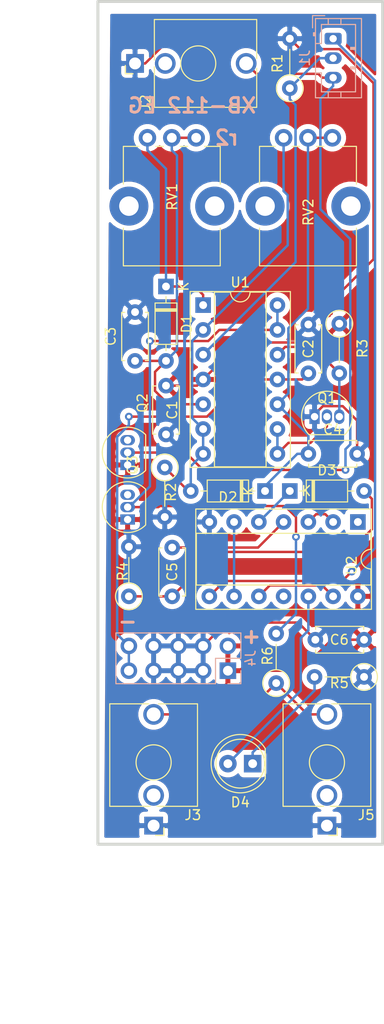
<source format=kicad_pcb>
(kicad_pcb (version 20171130) (host pcbnew "(5.1.0)-1")
  (layers (0 F.Cu signal) (31 B.Cu signal) (34 B.Paste user) (35 F.Paste user) (36 B.SilkS user) (37 F.SilkS user) (38 B.Mask user) (39 F.Mask user) (44 Edge.Cuts user))
  (net 0 "")
  (net 1 +9V)
  (net 2 GND)
  (net 3 -9V)
  (net 4 "Net-(C3-Pad1)")
  (net 5 "Net-(C4-Pad1)")
  (net 6 "Net-(D1-Pad1)")
  (net 7 "Net-(D2-Pad2)")
  (net 8 "Net-(Q1-Pad2)")
  (net 9 "Net-(Q1-Pad3)")
  (net 10 Gate)
  (net 11 EG)
  (net 12 "Net-(C5-Pad2)")
  (net 13 "Net-(C5-Pad1)")
  (net 14 "Net-(D3-Pad1)")
  (net 15 "Net-(D4-Pad2)")
  (net 16 "Net-(D4-Pad1)")
  (net 17 EG_In)
  (net 18 Trigger)
  (net 19 "Net-(U2-Pad10)")
  (net 20 "Net-(U2-Pad6)")
  (net 21 "Net-(U2-Pad2)")
  (net 22 "Net-(Q2-Pad3)")
  (net 23 "Net-(Q3-Pad3)")
  (net 24 "Net-(Q3-Pad2)")
  (module Package_TO_SOT_THT:TO-92_Inline (layer F.Cu) (at 114.808 101.346 90)
    (fp_text reference Q3 (at 5.588 0.508 90) (layer F.SilkS))
    (fp_text value BC548)
    (fp_arc (start 1.27 0) (end 1.27 -2.6) (angle 135) (layer F.SilkS) (width 0.12))
    (fp_arc (start 1.27 0) (end 1.27 -2.6) (angle -135) (layer F.SilkS) (width 0.12))
    (fp_line (start -0.53 1.85) (end 3.07 1.85) (layer F.SilkS) (width 0.12))
    (pad 1 thru_hole rect (at 0 0 90) (size 1.05 1.5) (drill 0.75) (layers *.Cu *.Mask) (net 1 +9V))
    (pad 3 thru_hole oval (at 2.54 0 90) (size 1.05 1.5) (drill 0.75) (layers *.Cu *.Mask) (net 23 "Net-(Q3-Pad3)"))
    (pad 2 thru_hole oval (at 1.27 0 90) (size 1.05 1.5) (drill 0.75) (layers *.Cu *.Mask) (net 24 "Net-(Q3-Pad2)"))
  )
  (module Package_TO_SOT_THT:TO-92_Inline (layer F.Cu) (at 114.808 95.758 90)
    (fp_text reference Q2 (at 6.35 1.524 90) (layer F.SilkS))
    (fp_text value BC548)
    (fp_arc (start 1.27 0) (end 1.27 -2.6) (angle 135) (layer F.SilkS) (width 0.12))
    (fp_arc (start 1.27 0) (end 1.27 -2.6) (angle -135) (layer F.SilkS) (width 0.12))
    (fp_line (start -0.53 1.85) (end 3.07 1.85) (layer F.SilkS) (width 0.12))
    (pad 1 thru_hole rect (at 0 0 90) (size 1.05 1.5) (drill 0.75) (layers *.Cu *.Mask) (net 1 +9V))
    (pad 3 thru_hole oval (at 2.54 0 90) (size 1.05 1.5) (drill 0.75) (layers *.Cu *.Mask) (net 22 "Net-(Q2-Pad3)"))
    (pad 2 thru_hole oval (at 1.27 0 90) (size 1.05 1.5) (drill 0.75) (layers *.Cu *.Mask) (net 10 Gate))
  )
  (module Package_DIP:DIP-14_W7.62mm_Socket (layer F.Cu) (at 138.43 101.6 270)
    (fp_text reference U2 (at 4.445 0.635 270) (layer F.SilkS))
    (fp_text value 40106)
    (fp_line (start 8.95 -1.39) (end -1.33 -1.39) (layer F.SilkS) (width 0.12))
    (fp_line (start 8.95 16.63) (end 8.95 -1.39) (layer F.SilkS) (width 0.12))
    (fp_line (start -1.33 16.63) (end 8.95 16.63) (layer F.SilkS) (width 0.12))
    (fp_line (start -1.33 -1.39) (end -1.33 16.63) (layer F.SilkS) (width 0.12))
    (fp_line (start 6.46 -1.33) (end 4.81 -1.33) (layer F.SilkS) (width 0.12))
    (fp_line (start 6.46 16.57) (end 6.46 -1.33) (layer F.SilkS) (width 0.12))
    (fp_line (start 1.16 16.57) (end 6.46 16.57) (layer F.SilkS) (width 0.12))
    (fp_line (start 1.16 -1.33) (end 1.16 16.57) (layer F.SilkS) (width 0.12))
    (fp_line (start 2.81 -1.33) (end 1.16 -1.33) (layer F.SilkS) (width 0.12))
    (fp_arc (start 3.81 -1.33) (end 2.81 -1.33) (angle -180) (layer F.SilkS) (width 0.12))
    (pad 14 thru_hole oval (at 7.62 0 270) (size 1.6 1.6) (drill 0.8) (layers *.Cu *.Mask) (net 1 +9V))
    (pad 7 thru_hole oval (at 0 15.24 270) (size 1.6 1.6) (drill 0.8) (layers *.Cu *.Mask) (net 2 GND))
    (pad 13 thru_hole oval (at 7.62 2.54 270) (size 1.6 1.6) (drill 0.8) (layers *.Cu *.Mask) (net 19 "Net-(U2-Pad10)"))
    (pad 6 thru_hole oval (at 0 12.7 270) (size 1.6 1.6) (drill 0.8) (layers *.Cu *.Mask) (net 20 "Net-(U2-Pad6)"))
    (pad 12 thru_hole oval (at 7.62 5.08 270) (size 1.6 1.6) (drill 0.8) (layers *.Cu *.Mask) (net 15 "Net-(D4-Pad2)"))
    (pad 5 thru_hole oval (at 0 10.16 270) (size 1.6 1.6) (drill 0.8) (layers *.Cu *.Mask) (net 14 "Net-(D3-Pad1)"))
    (pad 11 thru_hole oval (at 7.62 7.62 270) (size 1.6 1.6) (drill 0.8) (layers *.Cu *.Mask))
    (pad 4 thru_hole oval (at 0 7.62 270) (size 1.6 1.6) (drill 0.8) (layers *.Cu *.Mask) (net 12 "Net-(C5-Pad2)"))
    (pad 10 thru_hole oval (at 7.62 10.16 270) (size 1.6 1.6) (drill 0.8) (layers *.Cu *.Mask) (net 19 "Net-(U2-Pad10)"))
    (pad 3 thru_hole oval (at 0 5.08 270) (size 1.6 1.6) (drill 0.8) (layers *.Cu *.Mask) (net 21 "Net-(U2-Pad2)"))
    (pad 9 thru_hole oval (at 7.62 12.7 270) (size 1.6 1.6) (drill 0.8) (layers *.Cu *.Mask) (net 20 "Net-(U2-Pad6)"))
    (pad 2 thru_hole oval (at 0 2.54 270) (size 1.6 1.6) (drill 0.8) (layers *.Cu *.Mask) (net 21 "Net-(U2-Pad2)"))
    (pad 8 thru_hole oval (at 7.62 15.24 270) (size 1.6 1.6) (drill 0.8) (layers *.Cu *.Mask) (net 18 Trigger))
    (pad 1 thru_hole rect (at 0 0 270) (size 1.6 1.6) (drill 0.8) (layers *.Cu *.Mask))
  )
  (module Package_DIP:DIP-14_W7.62mm_Socket (layer F.Cu) (at 122.555 79.375)
    (fp_text reference U1 (at 3.81 -2.33) (layer F.SilkS))
    (fp_text value TL074)
    (fp_line (start 8.95 -1.39) (end -1.33 -1.39) (layer F.SilkS) (width 0.12))
    (fp_line (start 8.95 16.63) (end 8.95 -1.39) (layer F.SilkS) (width 0.12))
    (fp_line (start -1.33 16.63) (end 8.95 16.63) (layer F.SilkS) (width 0.12))
    (fp_line (start -1.33 -1.39) (end -1.33 16.63) (layer F.SilkS) (width 0.12))
    (fp_line (start 6.46 -1.33) (end 4.81 -1.33) (layer F.SilkS) (width 0.12))
    (fp_line (start 6.46 16.57) (end 6.46 -1.33) (layer F.SilkS) (width 0.12))
    (fp_line (start 1.16 16.57) (end 6.46 16.57) (layer F.SilkS) (width 0.12))
    (fp_line (start 1.16 -1.33) (end 1.16 16.57) (layer F.SilkS) (width 0.12))
    (fp_line (start 2.81 -1.33) (end 1.16 -1.33) (layer F.SilkS) (width 0.12))
    (fp_arc (start 3.81 -1.33) (end 2.81 -1.33) (angle -180) (layer F.SilkS) (width 0.12))
    (pad 14 thru_hole oval (at 7.62 0) (size 1.6 1.6) (drill 0.8) (layers *.Cu *.Mask) (net 24 "Net-(Q3-Pad2)"))
    (pad 7 thru_hole oval (at 0 15.24) (size 1.6 1.6) (drill 0.8) (layers *.Cu *.Mask) (net 7 "Net-(D2-Pad2)"))
    (pad 13 thru_hole oval (at 7.62 2.54) (size 1.6 1.6) (drill 0.8) (layers *.Cu *.Mask) (net 24 "Net-(Q3-Pad2)"))
    (pad 6 thru_hole oval (at 0 12.7) (size 1.6 1.6) (drill 0.8) (layers *.Cu *.Mask) (net 7 "Net-(D2-Pad2)"))
    (pad 12 thru_hole oval (at 7.62 5.08) (size 1.6 1.6) (drill 0.8) (layers *.Cu *.Mask) (net 9 "Net-(Q1-Pad3)"))
    (pad 5 thru_hole oval (at 0 10.16) (size 1.6 1.6) (drill 0.8) (layers *.Cu *.Mask) (net 4 "Net-(C3-Pad1)"))
    (pad 11 thru_hole oval (at 7.62 7.62) (size 1.6 1.6) (drill 0.8) (layers *.Cu *.Mask) (net 3 -9V))
    (pad 4 thru_hole oval (at 0 7.62) (size 1.6 1.6) (drill 0.8) (layers *.Cu *.Mask) (net 1 +9V))
    (pad 10 thru_hole oval (at 7.62 10.16) (size 1.6 1.6) (drill 0.8) (layers *.Cu *.Mask) (net 5 "Net-(C4-Pad1)"))
    (pad 3 thru_hole oval (at 0 5.08) (size 1.6 1.6) (drill 0.8) (layers *.Cu *.Mask) (net 17 EG_In))
    (pad 9 thru_hole oval (at 7.62 12.7) (size 1.6 1.6) (drill 0.8) (layers *.Cu *.Mask) (net 8 "Net-(Q1-Pad2)"))
    (pad 2 thru_hole oval (at 0 2.54) (size 1.6 1.6) (drill 0.8) (layers *.Cu *.Mask) (net 7 "Net-(D2-Pad2)"))
    (pad 8 thru_hole oval (at 7.62 15.24) (size 1.6 1.6) (drill 0.8) (layers *.Cu *.Mask) (net 8 "Net-(Q1-Pad2)"))
    (pad 1 thru_hole rect (at 0 0) (size 1.6 1.6) (drill 0.8) (layers *.Cu *.Mask) (net 6 "Net-(D1-Pad1)"))
  )
  (module Potentiometer_THT:Potentiometer_Bourns_PTV09A-1_Single_Vertical (layer F.Cu) (at 130.81 62.23 270)
    (fp_text reference RV2 (at 7.62 -2.54 270) (layer F.SilkS))
    (fp_text value "1M Decay")
    (fp_line (start 13.12 -7.47) (end 13.12 2.47) (layer F.SilkS) (width 0.12))
    (fp_line (start 0.88 0.87) (end 0.88 2.47) (layer F.SilkS) (width 0.12))
    (fp_line (start 0.88 -1.629) (end 0.88 -0.87) (layer F.SilkS) (width 0.12))
    (fp_line (start 0.88 -4.129) (end 0.88 -3.37) (layer F.SilkS) (width 0.12))
    (fp_line (start 0.88 -7.47) (end 0.88 -5.871) (layer F.SilkS) (width 0.12))
    (fp_line (start 9.255 2.47) (end 13.12 2.47) (layer F.SilkS) (width 0.12))
    (fp_line (start 0.88 2.47) (end 4.745 2.47) (layer F.SilkS) (width 0.12))
    (fp_line (start 9.255 -7.47) (end 13.12 -7.47) (layer F.SilkS) (width 0.12))
    (fp_line (start 0.88 -7.47) (end 4.745 -7.47) (layer F.SilkS) (width 0.12))
    (pad "" np_thru_hole circle (at 7 1.9 270) (size 4 4) (drill 2) (layers *.Cu *.Mask))
    (pad "" np_thru_hole circle (at 7 -6.9 270) (size 4 4) (drill 2) (layers *.Cu *.Mask))
    (pad 1 thru_hole circle (at 0 0 270) (size 1.8 1.8) (drill 1) (layers *.Cu *.Mask) (net 7 "Net-(D2-Pad2)"))
    (pad 2 thru_hole circle (at 0 -2.5 270) (size 1.8 1.8) (drill 1) (layers *.Cu *.Mask) (net 5 "Net-(C4-Pad1)"))
    (pad 3 thru_hole circle (at 0 -5 270) (size 1.8 1.8) (drill 1) (layers *.Cu *.Mask) (net 5 "Net-(C4-Pad1)"))
  )
  (module Potentiometer_THT:Potentiometer_Bourns_PTV09A-1_Single_Vertical (layer F.Cu) (at 116.84 62.23 270)
    (fp_text reference RV1 (at 6.05 -2.54 270) (layer F.SilkS))
    (fp_text value "1M Attack")
    (fp_line (start 13.12 -7.47) (end 13.12 2.47) (layer F.SilkS) (width 0.12))
    (fp_line (start 0.88 0.87) (end 0.88 2.47) (layer F.SilkS) (width 0.12))
    (fp_line (start 0.88 -1.629) (end 0.88 -0.87) (layer F.SilkS) (width 0.12))
    (fp_line (start 0.88 -4.129) (end 0.88 -3.37) (layer F.SilkS) (width 0.12))
    (fp_line (start 0.88 -7.47) (end 0.88 -5.871) (layer F.SilkS) (width 0.12))
    (fp_line (start 9.255 2.47) (end 13.12 2.47) (layer F.SilkS) (width 0.12))
    (fp_line (start 0.88 2.47) (end 4.745 2.47) (layer F.SilkS) (width 0.12))
    (fp_line (start 9.255 -7.47) (end 13.12 -7.47) (layer F.SilkS) (width 0.12))
    (fp_line (start 0.88 -7.47) (end 4.745 -7.47) (layer F.SilkS) (width 0.12))
    (pad "" np_thru_hole circle (at 7 1.9 270) (size 4 4) (drill 2) (layers *.Cu *.Mask))
    (pad "" np_thru_hole circle (at 7 -6.9 270) (size 4 4) (drill 2) (layers *.Cu *.Mask))
    (pad 1 thru_hole circle (at 0 0 270) (size 1.8 1.8) (drill 1) (layers *.Cu *.Mask) (net 6 "Net-(D1-Pad1)"))
    (pad 2 thru_hole circle (at 0 -2.5 270) (size 1.8 1.8) (drill 1) (layers *.Cu *.Mask) (net 4 "Net-(C3-Pad1)"))
    (pad 3 thru_hole circle (at 0 -5 270) (size 1.8 1.8) (drill 1) (layers *.Cu *.Mask) (net 4 "Net-(C3-Pad1)"))
  )
  (module Resistor_THT:R_Axial_DIN0207_L6.3mm_D2.5mm_P5.08mm_Vertical (layer F.Cu) (at 130.048 118.11 90)
    (fp_text reference R6 (at 2.794 -0.889 90) (layer F.SilkS))
    (fp_text value 1K)
    (fp_line (start 1.37 0) (end 3.98 0) (layer F.SilkS) (width 0.12))
    (fp_circle (center 0 0) (end 1.37 0) (layer F.SilkS) (width 0.12))
    (pad 2 thru_hole oval (at 5.08 0 90) (size 1.6 1.6) (drill 0.8) (layers *.Cu *.Mask) (net 24 "Net-(Q3-Pad2)"))
    (pad 1 thru_hole circle (at 0 0 90) (size 1.6 1.6) (drill 0.8) (layers *.Cu *.Mask) (net 11 EG))
  )
  (module Resistor_THT:R_Axial_DIN0207_L6.3mm_D2.5mm_P5.08mm_Vertical (layer F.Cu) (at 139.065 117.475 180)
    (fp_text reference R5 (at 2.54 -0.635 180) (layer F.SilkS))
    (fp_text value 1K)
    (fp_line (start 1.37 0) (end 3.98 0) (layer F.SilkS) (width 0.12))
    (fp_circle (center 0 0) (end 1.37 0) (layer F.SilkS) (width 0.12))
    (pad 2 thru_hole oval (at 5.08 0 180) (size 1.6 1.6) (drill 0.8) (layers *.Cu *.Mask) (net 16 "Net-(D4-Pad1)"))
    (pad 1 thru_hole circle (at 0 0 180) (size 1.6 1.6) (drill 0.8) (layers *.Cu *.Mask) (net 2 GND))
  )
  (module Resistor_THT:R_Axial_DIN0207_L6.3mm_D2.5mm_P5.08mm_Vertical (layer F.Cu) (at 114.935 109.22 90)
    (fp_text reference R4 (at 2.54 -0.635 90) (layer F.SilkS))
    (fp_text value 100K)
    (fp_line (start 1.37 0) (end 3.98 0) (layer F.SilkS) (width 0.12))
    (fp_circle (center 0 0) (end 1.37 0) (layer F.SilkS) (width 0.12))
    (pad 2 thru_hole oval (at 5.08 0 90) (size 1.6 1.6) (drill 0.8) (layers *.Cu *.Mask) (net 2 GND))
    (pad 1 thru_hole circle (at 0 0 90) (size 1.6 1.6) (drill 0.8) (layers *.Cu *.Mask) (net 13 "Net-(C5-Pad1)"))
  )
  (module Resistor_THT:R_Axial_DIN0207_L6.3mm_D2.5mm_P5.08mm_Vertical (layer F.Cu) (at 136.525 81.28 270)
    (fp_text reference R3 (at 2.54 -2.37 270) (layer F.SilkS))
    (fp_text value 100K)
    (fp_line (start 1.37 0) (end 3.98 0) (layer F.SilkS) (width 0.12))
    (fp_circle (center 0 0) (end 1.37 0) (layer F.SilkS) (width 0.12))
    (pad 2 thru_hole oval (at 5.08 0 270) (size 1.6 1.6) (drill 0.8) (layers *.Cu *.Mask) (net 9 "Net-(Q1-Pad3)"))
    (pad 1 thru_hole circle (at 0 0 270) (size 1.6 1.6) (drill 0.8) (layers *.Cu *.Mask) (net 1 +9V))
  )
  (module Resistor_THT:R_Axial_DIN0207_L6.3mm_D2.5mm_P5.08mm_Vertical (layer F.Cu) (at 118.618 96.012 270)
    (fp_text reference R2 (at 2.54 -0.635 270) (layer F.SilkS))
    (fp_text value 1M)
    (fp_line (start 1.37 0) (end 3.98 0) (layer F.SilkS) (width 0.12))
    (fp_circle (center 0 0) (end 1.37 0) (layer F.SilkS) (width 0.12))
    (pad 2 thru_hole oval (at 5.08 0 270) (size 1.6 1.6) (drill 0.8) (layers *.Cu *.Mask) (net 2 GND))
    (pad 1 thru_hole circle (at 0 0 270) (size 1.6 1.6) (drill 0.8) (layers *.Cu *.Mask) (net 7 "Net-(D2-Pad2)"))
  )
  (module Resistor_THT:R_Axial_DIN0207_L6.3mm_D2.5mm_P5.08mm_Vertical (layer F.Cu) (at 131.445 57.15 90)
    (fp_text reference R1 (at 2.54 -1.27 90) (layer F.SilkS))
    (fp_text value 1M)
    (fp_line (start 1.37 0) (end 3.98 0) (layer F.SilkS) (width 0.12))
    (fp_circle (center 0 0) (end 1.37 0) (layer F.SilkS) (width 0.12))
    (pad 2 thru_hole oval (at 5.08 0 90) (size 1.6 1.6) (drill 0.8) (layers *.Cu *.Mask) (net 2 GND))
    (pad 1 thru_hole circle (at 0 0 90) (size 1.6 1.6) (drill 0.8) (layers *.Cu *.Mask) (net 17 EG_In))
  )
  (module Package_TO_SOT_THT:TO-92_Inline (layer F.Cu) (at 133.985 90.805)
    (fp_text reference Q1 (at 1.27 -1.905) (layer F.SilkS))
    (fp_text value 2N3906)
    (fp_arc (start 1.27 0) (end 1.27 -2.6) (angle 135) (layer F.SilkS) (width 0.12))
    (fp_arc (start 1.27 0) (end 1.27 -2.6) (angle -135) (layer F.SilkS) (width 0.12))
    (fp_line (start -0.53 1.85) (end 3.07 1.85) (layer F.SilkS) (width 0.12))
    (pad 1 thru_hole rect (at 0 0) (size 1.05 1.5) (drill 0.75) (layers *.Cu *.Mask) (net 2 GND))
    (pad 3 thru_hole oval (at 2.54 0) (size 1.05 1.5) (drill 0.75) (layers *.Cu *.Mask) (net 9 "Net-(Q1-Pad3)"))
    (pad 2 thru_hole oval (at 1.27 0) (size 1.05 1.5) (drill 0.75) (layers *.Cu *.Mask) (net 8 "Net-(Q1-Pad2)"))
  )
  (module Connector_Audio:Jack_3.5mm_QingPu_WQP-PJ398SM_Vertical_CircularHoles (layer F.Cu) (at 135.255 132.715 180)
    (fp_text reference J5 (at -4.03 1.08) (layer F.SilkS))
    (fp_text value "Env Out 2")
    (fp_line (start -1.06 -1) (end -0.2 -1) (layer F.SilkS) (width 0.12))
    (fp_line (start -1.06 -1) (end -1.06 -0.2) (layer F.SilkS) (width 0.12))
    (fp_circle (center 0 6.48) (end 1.8 6.48) (layer F.SilkS) (width 0.12))
    (fp_line (start -0.35 1.98) (end -4.5 1.98) (layer F.SilkS) (width 0.12))
    (fp_line (start 4.5 1.98) (end 0.35 1.98) (layer F.SilkS) (width 0.12))
    (fp_line (start -0.5 12.48) (end -4.5 12.48) (layer F.SilkS) (width 0.12))
    (fp_line (start 4.5 12.48) (end 0.5 12.48) (layer F.SilkS) (width 0.12))
    (fp_line (start 4.5 1.98) (end 4.5 12.48) (layer F.SilkS) (width 0.12))
    (fp_line (start -4.5 1.98) (end -4.5 12.48) (layer F.SilkS) (width 0.12))
    (pad T thru_hole circle (at 0 11.4) (size 2.13 2.13) (drill 1.43) (layers *.Cu *.Mask) (net 11 EG))
    (pad S thru_hole rect (at 0 0) (size 1.93 1.83) (drill 1.22) (layers *.Cu *.Mask) (net 2 GND))
    (pad TN thru_hole circle (at 0 3.1) (size 2.13 2.13) (drill 1.42) (layers *.Cu *.Mask))
  )
  (module Connector_PinHeader_2.54mm:PinHeader_2x05_P2.54mm_Vertical (layer B.Cu) (at 125.095 116.84 90)
    (fp_text reference J4 (at 1.27 2.33 90) (layer B.SilkS) (effects (justify mirror)))
    (fp_text value Power)
    (fp_line (start -1.33 1.33) (end 0 1.33) (layer B.SilkS) (width 0.12))
    (fp_line (start -1.33 0) (end -1.33 1.33) (layer B.SilkS) (width 0.12))
    (fp_line (start 1.27 1.33) (end 3.87 1.33) (layer B.SilkS) (width 0.12))
    (fp_line (start 1.27 -1.27) (end 1.27 1.33) (layer B.SilkS) (width 0.12))
    (fp_line (start -1.33 -1.27) (end 1.27 -1.27) (layer B.SilkS) (width 0.12))
    (fp_line (start 3.87 1.33) (end 3.87 -11.49) (layer B.SilkS) (width 0.12))
    (fp_line (start -1.33 -1.27) (end -1.33 -11.49) (layer B.SilkS) (width 0.12))
    (fp_line (start -1.33 -11.49) (end 3.87 -11.49) (layer B.SilkS) (width 0.12))
    (pad 10 thru_hole oval (at 2.54 -10.16 90) (size 1.7 1.7) (drill 1) (layers *.Cu *.Mask) (net 3 -9V))
    (pad 9 thru_hole oval (at 0 -10.16 90) (size 1.7 1.7) (drill 1) (layers *.Cu *.Mask) (net 3 -9V))
    (pad 8 thru_hole oval (at 2.54 -7.62 90) (size 1.7 1.7) (drill 1) (layers *.Cu *.Mask) (net 2 GND))
    (pad 7 thru_hole oval (at 0 -7.62 90) (size 1.7 1.7) (drill 1) (layers *.Cu *.Mask) (net 2 GND))
    (pad 6 thru_hole oval (at 2.54 -5.08 90) (size 1.7 1.7) (drill 1) (layers *.Cu *.Mask) (net 2 GND))
    (pad 5 thru_hole oval (at 0 -5.08 90) (size 1.7 1.7) (drill 1) (layers *.Cu *.Mask) (net 2 GND))
    (pad 4 thru_hole oval (at 2.54 -2.54 90) (size 1.7 1.7) (drill 1) (layers *.Cu *.Mask) (net 2 GND))
    (pad 3 thru_hole oval (at 0 -2.54 90) (size 1.7 1.7) (drill 1) (layers *.Cu *.Mask) (net 2 GND))
    (pad 2 thru_hole oval (at 2.54 0 90) (size 1.7 1.7) (drill 1) (layers *.Cu *.Mask) (net 1 +9V))
    (pad 1 thru_hole rect (at 0 0 90) (size 1.7 1.7) (drill 1) (layers *.Cu *.Mask) (net 1 +9V))
  )
  (module Connector_Audio:Jack_3.5mm_QingPu_WQP-PJ398SM_Vertical_CircularHoles (layer F.Cu) (at 117.475 132.715 180)
    (fp_text reference J3 (at -4.03 1.08) (layer F.SilkS))
    (fp_text value "Env Out 1")
    (fp_line (start -1.06 -1) (end -0.2 -1) (layer F.SilkS) (width 0.12))
    (fp_line (start -1.06 -1) (end -1.06 -0.2) (layer F.SilkS) (width 0.12))
    (fp_circle (center 0 6.48) (end 1.8 6.48) (layer F.SilkS) (width 0.12))
    (fp_line (start -0.35 1.98) (end -4.5 1.98) (layer F.SilkS) (width 0.12))
    (fp_line (start 4.5 1.98) (end 0.35 1.98) (layer F.SilkS) (width 0.12))
    (fp_line (start -0.5 12.48) (end -4.5 12.48) (layer F.SilkS) (width 0.12))
    (fp_line (start 4.5 12.48) (end 0.5 12.48) (layer F.SilkS) (width 0.12))
    (fp_line (start 4.5 1.98) (end 4.5 12.48) (layer F.SilkS) (width 0.12))
    (fp_line (start -4.5 1.98) (end -4.5 12.48) (layer F.SilkS) (width 0.12))
    (pad T thru_hole circle (at 0 11.4) (size 2.13 2.13) (drill 1.43) (layers *.Cu *.Mask) (net 11 EG))
    (pad S thru_hole rect (at 0 0) (size 1.93 1.83) (drill 1.22) (layers *.Cu *.Mask) (net 2 GND))
    (pad TN thru_hole circle (at 0 3.1) (size 2.13 2.13) (drill 1.42) (layers *.Cu *.Mask))
  )
  (module Connector_Audio:Jack_3.5mm_QingPu_WQP-PJ398SM_Vertical_CircularHoles (layer F.Cu) (at 115.57 54.61 90)
    (fp_text reference J2 (at -4.03 1.08 270) (layer F.SilkS))
    (fp_text value "Gate In")
    (fp_line (start -1.06 -1) (end -0.2 -1) (layer F.SilkS) (width 0.12))
    (fp_line (start -1.06 -1) (end -1.06 -0.2) (layer F.SilkS) (width 0.12))
    (fp_circle (center 0 6.48) (end 1.8 6.48) (layer F.SilkS) (width 0.12))
    (fp_line (start -0.35 1.98) (end -4.5 1.98) (layer F.SilkS) (width 0.12))
    (fp_line (start 4.5 1.98) (end 0.35 1.98) (layer F.SilkS) (width 0.12))
    (fp_line (start -0.5 12.48) (end -4.5 12.48) (layer F.SilkS) (width 0.12))
    (fp_line (start 4.5 12.48) (end 0.5 12.48) (layer F.SilkS) (width 0.12))
    (fp_line (start 4.5 1.98) (end 4.5 12.48) (layer F.SilkS) (width 0.12))
    (fp_line (start -4.5 1.98) (end -4.5 12.48) (layer F.SilkS) (width 0.12))
    (pad T thru_hole circle (at 0 11.4 270) (size 2.13 2.13) (drill 1.43) (layers *.Cu *.Mask) (net 10 Gate))
    (pad S thru_hole rect (at 0 0 270) (size 1.93 1.83) (drill 1.22) (layers *.Cu *.Mask) (net 2 GND))
    (pad TN thru_hole circle (at 0 3.1 270) (size 2.13 2.13) (drill 1.42) (layers *.Cu *.Mask))
  )
  (module Connector_JST:JST_PH_B3B-PH-K_1x03_P2.00mm_Vertical (layer B.Cu) (at 135.89 52.07 270)
    (fp_text reference J1 (at 2 2.9 270) (layer B.SilkS) (effects (justify mirror)))
    (fp_text value Sustain)
    (fp_line (start -2.36 2.11) (end -2.36 0.86) (layer B.SilkS) (width 0.12))
    (fp_line (start -1.11 2.11) (end -2.36 2.11) (layer B.SilkS) (width 0.12))
    (fp_line (start 3 -2.3) (end 3 -1.8) (layer B.SilkS) (width 0.12))
    (fp_line (start 3.1 -1.8) (end 3.1 -2.3) (layer B.SilkS) (width 0.12))
    (fp_line (start 2.9 -1.8) (end 3.1 -1.8) (layer B.SilkS) (width 0.12))
    (fp_line (start 2.9 -2.3) (end 2.9 -1.8) (layer B.SilkS) (width 0.12))
    (fp_line (start 1 -2.3) (end 1 -1.8) (layer B.SilkS) (width 0.12))
    (fp_line (start 1.1 -1.8) (end 1.1 -2.3) (layer B.SilkS) (width 0.12))
    (fp_line (start 0.9 -1.8) (end 1.1 -1.8) (layer B.SilkS) (width 0.12))
    (fp_line (start 0.9 -2.3) (end 0.9 -1.8) (layer B.SilkS) (width 0.12))
    (fp_line (start 6.06 -0.8) (end 5.45 -0.8) (layer B.SilkS) (width 0.12))
    (fp_line (start 6.06 0.5) (end 5.45 0.5) (layer B.SilkS) (width 0.12))
    (fp_line (start -2.06 -0.8) (end -1.45 -0.8) (layer B.SilkS) (width 0.12))
    (fp_line (start -2.06 0.5) (end -1.45 0.5) (layer B.SilkS) (width 0.12))
    (fp_line (start 3.5 1.2) (end 3.5 1.81) (layer B.SilkS) (width 0.12))
    (fp_line (start 5.45 1.2) (end 3.5 1.2) (layer B.SilkS) (width 0.12))
    (fp_line (start 5.45 -2.3) (end 5.45 1.2) (layer B.SilkS) (width 0.12))
    (fp_line (start -1.45 -2.3) (end 5.45 -2.3) (layer B.SilkS) (width 0.12))
    (fp_line (start -1.45 1.2) (end -1.45 -2.3) (layer B.SilkS) (width 0.12))
    (fp_line (start 0.5 1.2) (end -1.45 1.2) (layer B.SilkS) (width 0.12))
    (fp_line (start 0.5 1.81) (end 0.5 1.2) (layer B.SilkS) (width 0.12))
    (fp_line (start -0.3 1.91) (end -0.6 1.91) (layer B.SilkS) (width 0.12))
    (fp_line (start -0.6 2.01) (end -0.6 1.81) (layer B.SilkS) (width 0.12))
    (fp_line (start -0.3 2.01) (end -0.6 2.01) (layer B.SilkS) (width 0.12))
    (fp_line (start -0.3 1.81) (end -0.3 2.01) (layer B.SilkS) (width 0.12))
    (fp_line (start 6.06 1.81) (end -2.06 1.81) (layer B.SilkS) (width 0.12))
    (fp_line (start 6.06 -2.91) (end 6.06 1.81) (layer B.SilkS) (width 0.12))
    (fp_line (start -2.06 -2.91) (end 6.06 -2.91) (layer B.SilkS) (width 0.12))
    (fp_line (start -2.06 1.81) (end -2.06 -2.91) (layer B.SilkS) (width 0.12))
    (pad 3 thru_hole oval (at 4 0 270) (size 1.2 1.75) (drill 0.75) (layers *.Cu *.Mask) (net 10 Gate))
    (pad 2 thru_hole oval (at 2 0 270) (size 1.2 1.75) (drill 0.75) (layers *.Cu *.Mask) (net 17 EG_In))
    (pad 1 thru_hole roundrect (at 0 0 270) (size 1.2 1.75) (drill 0.75) (layers *.Cu *.Mask) (roundrect_rratio 0.208333) (net 18 Trigger))
  )
  (module LED_THT:LED_D5.0mm (layer F.Cu) (at 127.635 126.365 180)
    (fp_text reference D4 (at 1.27 -3.96 180) (layer F.SilkS))
    (fp_text value LED)
    (fp_line (start -1.29 -1.545) (end -1.29 1.545) (layer F.SilkS) (width 0.12))
    (fp_circle (center 1.27 0) (end 3.77 0) (layer F.SilkS) (width 0.12))
    (fp_arc (start 1.27 0) (end -1.29 1.54483) (angle -148.9) (layer F.SilkS) (width 0.12))
    (fp_arc (start 1.27 0) (end -1.29 -1.54483) (angle 148.9) (layer F.SilkS) (width 0.12))
    (pad 2 thru_hole circle (at 2.54 0 180) (size 1.8 1.8) (drill 0.9) (layers *.Cu *.Mask) (net 15 "Net-(D4-Pad2)"))
    (pad 1 thru_hole rect (at 0 0 180) (size 1.8 1.8) (drill 0.9) (layers *.Cu *.Mask) (net 16 "Net-(D4-Pad1)"))
  )
  (module Diode_THT:D_DO-35_SOD27_P7.62mm_Horizontal (layer F.Cu) (at 131.445 98.425)
    (fp_text reference D3 (at 3.81 -2.12) (layer F.SilkS))
    (fp_text value 1N4148)
    (fp_text user K (at 1.69 0) (layer F.SilkS))
    (fp_line (start 2.29 -1.12) (end 2.29 1.12) (layer F.SilkS) (width 0.12))
    (fp_line (start 2.53 -1.12) (end 2.53 1.12) (layer F.SilkS) (width 0.12))
    (fp_line (start 2.41 -1.12) (end 2.41 1.12) (layer F.SilkS) (width 0.12))
    (fp_line (start 6.58 0) (end 5.93 0) (layer F.SilkS) (width 0.12))
    (fp_line (start 1.04 0) (end 1.69 0) (layer F.SilkS) (width 0.12))
    (fp_line (start 5.93 -1.12) (end 1.69 -1.12) (layer F.SilkS) (width 0.12))
    (fp_line (start 5.93 1.12) (end 5.93 -1.12) (layer F.SilkS) (width 0.12))
    (fp_line (start 1.69 1.12) (end 5.93 1.12) (layer F.SilkS) (width 0.12))
    (fp_line (start 1.69 -1.12) (end 1.69 1.12) (layer F.SilkS) (width 0.12))
    (pad 2 thru_hole oval (at 7.62 0) (size 1.6 1.6) (drill 0.8) (layers *.Cu *.Mask) (net 13 "Net-(C5-Pad1)"))
    (pad 1 thru_hole rect (at 0 0) (size 1.6 1.6) (drill 0.8) (layers *.Cu *.Mask) (net 14 "Net-(D3-Pad1)"))
  )
  (module Diode_THT:D_DO-35_SOD27_P7.62mm_Horizontal (layer F.Cu) (at 128.905 98.425 180)
    (fp_text reference D2 (at 3.81 -0.635 180) (layer F.SilkS))
    (fp_text value D_ALT)
    (fp_text user K (at 1.69 0 270) (layer F.SilkS))
    (fp_line (start 2.29 -1.12) (end 2.29 1.12) (layer F.SilkS) (width 0.12))
    (fp_line (start 2.53 -1.12) (end 2.53 1.12) (layer F.SilkS) (width 0.12))
    (fp_line (start 2.41 -1.12) (end 2.41 1.12) (layer F.SilkS) (width 0.12))
    (fp_line (start 6.58 0) (end 5.93 0) (layer F.SilkS) (width 0.12))
    (fp_line (start 1.04 0) (end 1.69 0) (layer F.SilkS) (width 0.12))
    (fp_line (start 5.93 -1.12) (end 1.69 -1.12) (layer F.SilkS) (width 0.12))
    (fp_line (start 5.93 1.12) (end 5.93 -1.12) (layer F.SilkS) (width 0.12))
    (fp_line (start 1.69 1.12) (end 5.93 1.12) (layer F.SilkS) (width 0.12))
    (fp_line (start 1.69 -1.12) (end 1.69 1.12) (layer F.SilkS) (width 0.12))
    (pad 2 thru_hole oval (at 7.62 0 180) (size 1.6 1.6) (drill 0.8) (layers *.Cu *.Mask) (net 7 "Net-(D2-Pad2)"))
    (pad 1 thru_hole rect (at 0 0 180) (size 1.6 1.6) (drill 0.8) (layers *.Cu *.Mask) (net 5 "Net-(C4-Pad1)"))
  )
  (module Diode_THT:D_DO-35_SOD27_P7.62mm_Horizontal (layer F.Cu) (at 118.745 77.47 270)
    (fp_text reference D1 (at 3.81 -2.12 270) (layer F.SilkS))
    (fp_text value D_ALT)
    (fp_text user K (at 0 -1.8 270) (layer F.SilkS))
    (fp_line (start 2.29 -1.12) (end 2.29 1.12) (layer F.SilkS) (width 0.12))
    (fp_line (start 2.53 -1.12) (end 2.53 1.12) (layer F.SilkS) (width 0.12))
    (fp_line (start 2.41 -1.12) (end 2.41 1.12) (layer F.SilkS) (width 0.12))
    (fp_line (start 6.58 0) (end 5.93 0) (layer F.SilkS) (width 0.12))
    (fp_line (start 1.04 0) (end 1.69 0) (layer F.SilkS) (width 0.12))
    (fp_line (start 5.93 -1.12) (end 1.69 -1.12) (layer F.SilkS) (width 0.12))
    (fp_line (start 5.93 1.12) (end 5.93 -1.12) (layer F.SilkS) (width 0.12))
    (fp_line (start 1.69 1.12) (end 5.93 1.12) (layer F.SilkS) (width 0.12))
    (fp_line (start 1.69 -1.12) (end 1.69 1.12) (layer F.SilkS) (width 0.12))
    (pad 2 thru_hole oval (at 7.62 0 270) (size 1.6 1.6) (drill 0.8) (layers *.Cu *.Mask) (net 4 "Net-(C3-Pad1)"))
    (pad 1 thru_hole rect (at 0 0 270) (size 1.6 1.6) (drill 0.8) (layers *.Cu *.Mask) (net 6 "Net-(D1-Pad1)"))
  )
  (module Capacitor_THT:C_Disc_D4.7mm_W2.5mm_P5.00mm (layer F.Cu) (at 139.065 113.665 180)
    (fp_text reference C6 (at 2.54 0 180) (layer F.SilkS))
    (fp_text value 0.1uF)
    (fp_line (start 4.97 1.055) (end 4.97 1.37) (layer F.SilkS) (width 0.12))
    (fp_line (start 4.97 -1.37) (end 4.97 -1.055) (layer F.SilkS) (width 0.12))
    (fp_line (start 0.03 1.055) (end 0.03 1.37) (layer F.SilkS) (width 0.12))
    (fp_line (start 0.03 -1.37) (end 0.03 -1.055) (layer F.SilkS) (width 0.12))
    (fp_line (start 0.03 1.37) (end 4.97 1.37) (layer F.SilkS) (width 0.12))
    (fp_line (start 0.03 -1.37) (end 4.97 -1.37) (layer F.SilkS) (width 0.12))
    (pad 2 thru_hole circle (at 5 0 180) (size 1.6 1.6) (drill 0.8) (layers *.Cu *.Mask) (net 2 GND))
    (pad 1 thru_hole circle (at 0 0 180) (size 1.6 1.6) (drill 0.8) (layers *.Cu *.Mask) (net 1 +9V))
  )
  (module Capacitor_THT:C_Disc_D4.7mm_W2.5mm_P5.00mm (layer F.Cu) (at 119.38 109.22 90)
    (fp_text reference C5 (at 2.5 0 90) (layer F.SilkS))
    (fp_text value 1uF)
    (fp_line (start 4.97 1.055) (end 4.97 1.37) (layer F.SilkS) (width 0.12))
    (fp_line (start 4.97 -1.37) (end 4.97 -1.055) (layer F.SilkS) (width 0.12))
    (fp_line (start 0.03 1.055) (end 0.03 1.37) (layer F.SilkS) (width 0.12))
    (fp_line (start 0.03 -1.37) (end 0.03 -1.055) (layer F.SilkS) (width 0.12))
    (fp_line (start 0.03 1.37) (end 4.97 1.37) (layer F.SilkS) (width 0.12))
    (fp_line (start 0.03 -1.37) (end 4.97 -1.37) (layer F.SilkS) (width 0.12))
    (pad 2 thru_hole circle (at 5 0 90) (size 1.6 1.6) (drill 0.8) (layers *.Cu *.Mask) (net 12 "Net-(C5-Pad2)"))
    (pad 1 thru_hole circle (at 0 0 90) (size 1.6 1.6) (drill 0.8) (layers *.Cu *.Mask) (net 13 "Net-(C5-Pad1)"))
  )
  (module Capacitor_THT:C_Disc_D4.7mm_W2.5mm_P5.00mm (layer F.Cu) (at 133.35 94.615)
    (fp_text reference C4 (at 2.5 -2.5) (layer F.SilkS))
    (fp_text value 1uF)
    (fp_line (start 4.97 1.055) (end 4.97 1.37) (layer F.SilkS) (width 0.12))
    (fp_line (start 4.97 -1.37) (end 4.97 -1.055) (layer F.SilkS) (width 0.12))
    (fp_line (start 0.03 1.055) (end 0.03 1.37) (layer F.SilkS) (width 0.12))
    (fp_line (start 0.03 -1.37) (end 0.03 -1.055) (layer F.SilkS) (width 0.12))
    (fp_line (start 0.03 1.37) (end 4.97 1.37) (layer F.SilkS) (width 0.12))
    (fp_line (start 0.03 -1.37) (end 4.97 -1.37) (layer F.SilkS) (width 0.12))
    (pad 2 thru_hole circle (at 5 0) (size 1.6 1.6) (drill 0.8) (layers *.Cu *.Mask) (net 2 GND))
    (pad 1 thru_hole circle (at 0 0) (size 1.6 1.6) (drill 0.8) (layers *.Cu *.Mask) (net 5 "Net-(C4-Pad1)"))
  )
  (module Capacitor_THT:C_Disc_D4.7mm_W2.5mm_P5.00mm (layer F.Cu) (at 115.57 85.09 90)
    (fp_text reference C3 (at 2.5 -2.5 90) (layer F.SilkS))
    (fp_text value 1uF)
    (fp_line (start 4.97 1.055) (end 4.97 1.37) (layer F.SilkS) (width 0.12))
    (fp_line (start 4.97 -1.37) (end 4.97 -1.055) (layer F.SilkS) (width 0.12))
    (fp_line (start 0.03 1.055) (end 0.03 1.37) (layer F.SilkS) (width 0.12))
    (fp_line (start 0.03 -1.37) (end 0.03 -1.055) (layer F.SilkS) (width 0.12))
    (fp_line (start 0.03 1.37) (end 4.97 1.37) (layer F.SilkS) (width 0.12))
    (fp_line (start 0.03 -1.37) (end 4.97 -1.37) (layer F.SilkS) (width 0.12))
    (pad 2 thru_hole circle (at 5 0 90) (size 1.6 1.6) (drill 0.8) (layers *.Cu *.Mask) (net 2 GND))
    (pad 1 thru_hole circle (at 0 0 90) (size 1.6 1.6) (drill 0.8) (layers *.Cu *.Mask) (net 4 "Net-(C3-Pad1)"))
  )
  (module Capacitor_THT:C_Disc_D4.7mm_W2.5mm_P5.00mm (layer F.Cu) (at 133.35 86.36 90)
    (fp_text reference C2 (at 2.5 0 90) (layer F.SilkS))
    (fp_text value 0.1uF)
    (fp_line (start 4.97 1.055) (end 4.97 1.37) (layer F.SilkS) (width 0.12))
    (fp_line (start 4.97 -1.37) (end 4.97 -1.055) (layer F.SilkS) (width 0.12))
    (fp_line (start 0.03 1.055) (end 0.03 1.37) (layer F.SilkS) (width 0.12))
    (fp_line (start 0.03 -1.37) (end 0.03 -1.055) (layer F.SilkS) (width 0.12))
    (fp_line (start 0.03 1.37) (end 4.97 1.37) (layer F.SilkS) (width 0.12))
    (fp_line (start 0.03 -1.37) (end 4.97 -1.37) (layer F.SilkS) (width 0.12))
    (pad 2 thru_hole circle (at 5 0 90) (size 1.6 1.6) (drill 0.8) (layers *.Cu *.Mask) (net 2 GND))
    (pad 1 thru_hole circle (at 0 0 90) (size 1.6 1.6) (drill 0.8) (layers *.Cu *.Mask) (net 3 -9V))
  )
  (module Capacitor_THT:C_Disc_D4.7mm_W2.5mm_P5.00mm (layer F.Cu) (at 118.745 87.63 270)
    (fp_text reference C1 (at 2.5 -0.635 270) (layer F.SilkS))
    (fp_text value 0.1uF)
    (fp_line (start 4.97 1.055) (end 4.97 1.37) (layer F.SilkS) (width 0.12))
    (fp_line (start 4.97 -1.37) (end 4.97 -1.055) (layer F.SilkS) (width 0.12))
    (fp_line (start 0.03 1.055) (end 0.03 1.37) (layer F.SilkS) (width 0.12))
    (fp_line (start 0.03 -1.37) (end 0.03 -1.055) (layer F.SilkS) (width 0.12))
    (fp_line (start 0.03 1.37) (end 4.97 1.37) (layer F.SilkS) (width 0.12))
    (fp_line (start 0.03 -1.37) (end 4.97 -1.37) (layer F.SilkS) (width 0.12))
    (pad 2 thru_hole circle (at 5 0 270) (size 1.6 1.6) (drill 0.8) (layers *.Cu *.Mask) (net 2 GND))
    (pad 1 thru_hole circle (at 0 0 270) (size 1.6 1.6) (drill 0.8) (layers *.Cu *.Mask) (net 1 +9V))
  )
  (gr_text r2 (at 124.968 62.23) (layer B.SilkS) (effects (font (size 1.5 1.5) (thickness 0.3)) (justify mirror)))
  (gr_text - (at 114.808 111.76) (layer B.SilkS) (effects (font (size 1.5 1.5) (thickness 0.3))))
  (gr_text + (at 127.508 113.284) (layer B.SilkS) (effects (font (size 1.5 1.5) (thickness 0.3))))
  (gr_text + (at 127.508 113.284) (layer F.SilkS) (effects (font (size 1.5 1.5) (thickness 0.3))))
  (gr_text "XB-112 EG" (at 121.412 58.928) (layer B.SilkS) (effects (font (size 1.5 1.5) (thickness 0.3)) (justify mirror)))
  (gr_line (start 140.97 48.26) (end 140.97 134.62) (layer Edge.Cuts) (width 0.3))
  (gr_line (start 111.76 48.26) (end 140.97 48.26) (layer Edge.Cuts) (width 0.3))
  (gr_line (start 111.76 134.62) (end 111.76 48.26) (layer Edge.Cuts) (width 0.3))
  (gr_line (start 140.97 134.62) (end 111.76 134.62) (layer Edge.Cuts) (width 0.3))
  (segment (start 121.92 87.63) (end 122.555 86.995) (width 0.25) (layer F.Cu) (net 1))
  (segment (start 118.745 87.63) (end 121.92 87.63) (width 0.25) (layer F.Cu) (net 1))
  (segment (start 137.93363 113.665) (end 139.065 113.665) (width 0.25) (layer F.Cu) (net 1))
  (segment (start 135.730002 113.665) (end 137.93363 113.665) (width 0.25) (layer F.Cu) (net 1))
  (segment (start 132.555002 116.84) (end 135.730002 113.665) (width 0.25) (layer F.Cu) (net 1))
  (segment (start 125.095 116.84) (end 132.555002 116.84) (width 0.25) (layer F.Cu) (net 1))
  (segment (start 123.354999 86.195001) (end 122.555 86.995) (width 0.25) (layer F.Cu) (net 1))
  (segment (start 126.345009 83.204991) (end 123.354999 86.195001) (width 0.25) (layer F.Cu) (net 1))
  (segment (start 134.600009 83.204991) (end 126.345009 83.204991) (width 0.25) (layer F.Cu) (net 1))
  (segment (start 136.525 81.28) (end 134.600009 83.204991) (width 0.25) (layer F.Cu) (net 1))
  (segment (start 117.475 132.715) (end 135.255 132.715) (width 0.25) (layer F.Cu) (net 2))
  (segment (start 133.265001 112.865001) (end 134.065 113.665) (width 0.25) (layer F.Cu) (net 2))
  (segment (start 132.304999 111.904999) (end 133.265001 112.865001) (width 0.25) (layer F.Cu) (net 2))
  (segment (start 124.950001 111.904999) (end 132.304999 111.904999) (width 0.25) (layer F.Cu) (net 2))
  (segment (start 122.555 114.3) (end 124.950001 111.904999) (width 0.25) (layer F.Cu) (net 2))
  (segment (start 130.31363 52.07) (end 131.445 52.07) (width 0.25) (layer F.Cu) (net 2))
  (segment (start 119.152798 52.07) (end 130.31363 52.07) (width 0.25) (layer F.Cu) (net 2))
  (segment (start 116.612798 54.61) (end 119.152798 52.07) (width 0.25) (layer F.Cu) (net 2))
  (segment (start 115.57 54.61) (end 116.612798 54.61) (width 0.25) (layer F.Cu) (net 2))
  (segment (start 133.985 90.58) (end 133.985 90.805) (width 0.25) (layer F.Cu) (net 2))
  (segment (start 134.83501 89.72999) (end 133.985 90.58) (width 0.25) (layer F.Cu) (net 2))
  (segment (start 136.877085 89.72999) (end 134.83501 89.72999) (width 0.25) (layer F.Cu) (net 2))
  (segment (start 138.35 91.202905) (end 136.877085 89.72999) (width 0.25) (layer F.Cu) (net 2))
  (segment (start 138.35 94.615) (end 138.35 91.202905) (width 0.25) (layer F.Cu) (net 2))
  (segment (start 134.149999 80.560001) (end 133.35 81.36) (width 0.25) (layer F.Cu) (net 2))
  (segment (start 140.035001 74.674999) (end 134.149999 80.560001) (width 0.25) (layer F.Cu) (net 2))
  (segment (start 140.035001 56.63184) (end 140.035001 74.674999) (width 0.25) (layer F.Cu) (net 2))
  (segment (start 136.548151 53.14499) (end 140.035001 56.63184) (width 0.25) (layer F.Cu) (net 2))
  (segment (start 132.51999 53.14499) (end 136.548151 53.14499) (width 0.25) (layer F.Cu) (net 2))
  (segment (start 131.445 52.07) (end 132.51999 53.14499) (width 0.25) (layer F.Cu) (net 2))
  (segment (start 132.715 86.995) (end 133.35 86.36) (width 0.25) (layer F.Cu) (net 3))
  (segment (start 130.175 86.995) (end 132.715 86.995) (width 0.25) (layer F.Cu) (net 3))
  (segment (start 126.760002 86.995) (end 122.950002 90.805) (width 0.25) (layer F.Cu) (net 3))
  (segment (start 130.175 86.995) (end 126.760002 86.995) (width 0.25) (layer F.Cu) (net 3))
  (segment (start 122.950002 90.805) (end 114.935 90.805) (width 0.25) (layer F.Cu) (net 3))
  (segment (start 114.935 90.805) (end 114.935 90.805) (width 0.25) (layer F.Cu) (net 3))
  (via (at 114.935 90.805) (size 0.8) (drill 0.4) (layers F.Cu B.Cu) (net 3))
  (segment (start 114.935 114.3) (end 114.935 116.84) (width 0.25) (layer B.Cu) (net 3))
  (segment (start 114.085001 113.450001) (end 114.935 114.3) (width 0.25) (layer B.Cu) (net 3))
  (segment (start 113.73299 113.09799) (end 114.085001 113.450001) (width 0.25) (layer B.Cu) (net 3))
  (segment (start 113.73299 92.865915) (end 113.73299 113.09799) (width 0.25) (layer B.Cu) (net 3))
  (segment (start 114.935 91.663905) (end 113.73299 92.865915) (width 0.25) (layer B.Cu) (net 3))
  (segment (start 114.935 90.805) (end 114.935 91.663905) (width 0.25) (layer B.Cu) (net 3))
  (segment (start 115.57 85.09) (end 118.745 85.09) (width 0.25) (layer F.Cu) (net 4))
  (segment (start 119.34 63.502792) (end 119.34 62.23) (width 0.25) (layer B.Cu) (net 4))
  (segment (start 119.870001 64.032793) (end 119.34 63.502792) (width 0.25) (layer B.Cu) (net 4))
  (segment (start 119.870001 83.964999) (end 119.870001 64.032793) (width 0.25) (layer B.Cu) (net 4))
  (segment (start 118.745 85.09) (end 119.870001 83.964999) (width 0.25) (layer B.Cu) (net 4))
  (segment (start 121.42363 89.535) (end 122.555 89.535) (width 0.25) (layer F.Cu) (net 4))
  (segment (start 118.984998 89.535) (end 121.42363 89.535) (width 0.25) (layer F.Cu) (net 4))
  (segment (start 117.619999 88.170001) (end 118.984998 89.535) (width 0.25) (layer F.Cu) (net 4))
  (segment (start 117.619999 86.215001) (end 117.619999 88.170001) (width 0.25) (layer F.Cu) (net 4))
  (segment (start 118.745 85.09) (end 117.619999 86.215001) (width 0.25) (layer F.Cu) (net 4))
  (segment (start 119.34 62.23) (end 121.84 62.23) (width 0.25) (layer F.Cu) (net 4))
  (segment (start 130.974999 88.735001) (end 130.175 89.535) (width 0.25) (layer B.Cu) (net 5))
  (segment (start 131.300001 88.409999) (end 130.974999 88.735001) (width 0.25) (layer B.Cu) (net 5))
  (segment (start 131.300001 81.744997) (end 131.300001 88.409999) (width 0.25) (layer B.Cu) (net 5))
  (segment (start 133.31 79.734998) (end 131.300001 81.744997) (width 0.25) (layer B.Cu) (net 5))
  (segment (start 133.31 62.23) (end 133.31 79.734998) (width 0.25) (layer B.Cu) (net 5))
  (segment (start 132.21863 94.615) (end 133.35 94.615) (width 0.25) (layer B.Cu) (net 5))
  (segment (start 128.905 97.92863) (end 132.21863 94.615) (width 0.25) (layer B.Cu) (net 5))
  (segment (start 128.905 98.425) (end 128.905 97.92863) (width 0.25) (layer B.Cu) (net 5))
  (segment (start 133.35 92.71) (end 133.35 94.615) (width 0.25) (layer B.Cu) (net 5))
  (segment (start 130.175 89.535) (end 133.35 92.71) (width 0.25) (layer B.Cu) (net 5))
  (segment (start 133.31 62.23) (end 135.81 62.23) (width 0.25) (layer F.Cu) (net 5))
  (segment (start 122.555 78.325) (end 122.555 79.375) (width 0.25) (layer F.Cu) (net 6))
  (segment (start 121.7 77.47) (end 122.555 78.325) (width 0.25) (layer F.Cu) (net 6))
  (segment (start 118.745 77.47) (end 121.7 77.47) (width 0.25) (layer F.Cu) (net 6))
  (segment (start 118.745 76.42) (end 118.745 77.47) (width 0.25) (layer B.Cu) (net 6))
  (segment (start 118.745 65.407792) (end 118.745 76.42) (width 0.25) (layer B.Cu) (net 6))
  (segment (start 116.84 63.502792) (end 118.745 65.407792) (width 0.25) (layer B.Cu) (net 6))
  (segment (start 116.84 62.23) (end 116.84 63.502792) (width 0.25) (layer B.Cu) (net 6))
  (segment (start 123.354999 81.115001) (end 122.555 81.915) (width 0.25) (layer B.Cu) (net 7))
  (segment (start 131.235001 73.234999) (end 123.354999 81.115001) (width 0.25) (layer B.Cu) (net 7))
  (segment (start 131.235001 68.113999) (end 131.235001 73.234999) (width 0.25) (layer B.Cu) (net 7))
  (segment (start 130.81 67.688998) (end 131.235001 68.113999) (width 0.25) (layer B.Cu) (net 7))
  (segment (start 130.81 62.23) (end 130.81 67.688998) (width 0.25) (layer B.Cu) (net 7))
  (segment (start 121.755001 91.275001) (end 122.555 92.075) (width 0.25) (layer B.Cu) (net 7))
  (segment (start 121.429999 90.949999) (end 121.755001 91.275001) (width 0.25) (layer B.Cu) (net 7))
  (segment (start 121.429999 83.040001) (end 121.429999 90.949999) (width 0.25) (layer B.Cu) (net 7))
  (segment (start 122.555 81.915) (end 121.429999 83.040001) (width 0.25) (layer B.Cu) (net 7))
  (segment (start 122.555 92.075) (end 122.555 94.615) (width 0.25) (layer B.Cu) (net 7))
  (segment (start 121.285 95.885) (end 121.285 98.425) (width 0.25) (layer B.Cu) (net 7))
  (segment (start 122.555 94.615) (end 121.285 95.885) (width 0.25) (layer B.Cu) (net 7))
  (segment (start 121.031 98.425) (end 121.285 98.425) (width 0.25) (layer F.Cu) (net 7))
  (segment (start 118.618 96.012) (end 121.031 98.425) (width 0.25) (layer F.Cu) (net 7))
  (segment (start 130.175 92.075) (end 130.175 94.615) (width 0.25) (layer B.Cu) (net 8))
  (segment (start 135.255 91.805) (end 135.255 90.805) (width 0.25) (layer F.Cu) (net 8))
  (segment (start 133.570001 93.489999) (end 135.255 91.805) (width 0.25) (layer F.Cu) (net 8))
  (segment (start 131.300001 93.489999) (end 133.570001 93.489999) (width 0.25) (layer F.Cu) (net 8))
  (segment (start 130.175 94.615) (end 131.300001 93.489999) (width 0.25) (layer F.Cu) (net 8))
  (segment (start 135.725001 85.560001) (end 136.525 86.36) (width 0.25) (layer F.Cu) (net 9))
  (segment (start 133.820001 83.655001) (end 135.725001 85.560001) (width 0.25) (layer F.Cu) (net 9))
  (segment (start 130.974999 83.655001) (end 133.820001 83.655001) (width 0.25) (layer F.Cu) (net 9))
  (segment (start 130.175 84.455) (end 130.974999 83.655001) (width 0.25) (layer F.Cu) (net 9))
  (segment (start 136.525 86.36) (end 136.525 90.805) (width 0.25) (layer B.Cu) (net 9))
  (segment (start 134.765 56.07) (end 135.89 56.07) (width 0.25) (layer F.Cu) (net 10))
  (segment (start 134.369999 55.674999) (end 134.765 56.07) (width 0.25) (layer F.Cu) (net 10))
  (segment (start 128.034999 55.674999) (end 134.369999 55.674999) (width 0.25) (layer F.Cu) (net 10))
  (segment (start 126.97 54.61) (end 128.034999 55.674999) (width 0.25) (layer F.Cu) (net 10))
  (segment (start 120.762998 94.488) (end 122.540998 96.266) (width 0.25) (layer F.Cu) (net 10))
  (segment (start 114.808 94.488) (end 120.762998 94.488) (width 0.25) (layer F.Cu) (net 10))
  (segment (start 122.540998 96.266) (end 137.16 96.266) (width 0.25) (layer F.Cu) (net 10))
  (segment (start 137.16 96.266) (end 137.16 96.266) (width 0.25) (layer F.Cu) (net 10))
  (via (at 137.16 96.266) (size 0.8) (drill 0.4) (layers F.Cu B.Cu) (net 10))
  (segment (start 135.89 56.92) (end 135.89 56.07) (width 0.25) (layer B.Cu) (net 10))
  (segment (start 134.584999 58.225001) (end 135.89 56.92) (width 0.25) (layer B.Cu) (net 10))
  (segment (start 134.584999 69.546001) (end 134.584999 58.225001) (width 0.25) (layer B.Cu) (net 10))
  (segment (start 137.650001 72.611003) (end 134.584999 69.546001) (width 0.25) (layer B.Cu) (net 10))
  (segment (start 137.650001 93.649997) (end 137.650001 72.611003) (width 0.25) (layer B.Cu) (net 10))
  (segment (start 137.16 94.139998) (end 137.650001 93.649997) (width 0.25) (layer B.Cu) (net 10))
  (segment (start 137.16 96.266) (end 137.16 94.139998) (width 0.25) (layer B.Cu) (net 10))
  (segment (start 126.843 121.315) (end 130.048 118.11) (width 0.25) (layer F.Cu) (net 11))
  (segment (start 117.475 121.315) (end 126.843 121.315) (width 0.25) (layer F.Cu) (net 11))
  (segment (start 133.253 121.315) (end 135.255 121.315) (width 0.25) (layer F.Cu) (net 11))
  (segment (start 130.048 118.11) (end 133.253 121.315) (width 0.25) (layer F.Cu) (net 11))
  (segment (start 128.19 104.22) (end 130.81 101.6) (width 0.25) (layer F.Cu) (net 12))
  (segment (start 119.38 104.22) (end 128.19 104.22) (width 0.25) (layer F.Cu) (net 12))
  (segment (start 114.935 109.22) (end 119.38 109.22) (width 0.25) (layer F.Cu) (net 13))
  (segment (start 139.864999 99.224999) (end 139.065 98.425) (width 0.25) (layer F.Cu) (net 13))
  (segment (start 139.864999 102.350003) (end 139.864999 99.224999) (width 0.25) (layer F.Cu) (net 13))
  (segment (start 137.544992 104.67001) (end 139.864999 102.350003) (width 0.25) (layer F.Cu) (net 13))
  (segment (start 123.92999 104.67001) (end 137.544992 104.67001) (width 0.25) (layer F.Cu) (net 13))
  (segment (start 119.38 109.22) (end 123.92999 104.67001) (width 0.25) (layer F.Cu) (net 13))
  (segment (start 129.069999 100.800001) (end 131.445 98.425) (width 0.25) (layer B.Cu) (net 14))
  (segment (start 128.27 101.6) (end 129.069999 100.800001) (width 0.25) (layer B.Cu) (net 14))
  (segment (start 125.994999 125.465001) (end 125.095 126.365) (width 0.25) (layer B.Cu) (net 15))
  (segment (start 132.570001 118.889999) (end 125.994999 125.465001) (width 0.25) (layer B.Cu) (net 15))
  (segment (start 132.570001 113.494997) (end 132.570001 118.889999) (width 0.25) (layer B.Cu) (net 15))
  (segment (start 133.35 112.714998) (end 132.570001 113.494997) (width 0.25) (layer B.Cu) (net 15))
  (segment (start 133.35 109.22) (end 133.35 112.714998) (width 0.25) (layer B.Cu) (net 15))
  (segment (start 133.985 118.60637) (end 133.985 117.475) (width 0.25) (layer B.Cu) (net 16))
  (segment (start 133.985 118.865) (end 133.985 118.60637) (width 0.25) (layer B.Cu) (net 16))
  (segment (start 127.635 125.215) (end 133.985 118.865) (width 0.25) (layer B.Cu) (net 16))
  (segment (start 127.635 126.365) (end 127.635 125.215) (width 0.25) (layer B.Cu) (net 16))
  (segment (start 123.354999 83.655001) (end 122.555 84.455) (width 0.25) (layer B.Cu) (net 17))
  (segment (start 132.035001 74.974999) (end 123.354999 83.655001) (width 0.25) (layer B.Cu) (net 17))
  (segment (start 132.035001 58.871371) (end 132.035001 74.974999) (width 0.25) (layer B.Cu) (net 17))
  (segment (start 131.445 58.28137) (end 132.035001 58.871371) (width 0.25) (layer B.Cu) (net 17))
  (segment (start 131.445 57.15) (end 131.445 58.28137) (width 0.25) (layer B.Cu) (net 17))
  (segment (start 134.525 54.07) (end 135.89 54.07) (width 0.25) (layer B.Cu) (net 17))
  (segment (start 131.445 57.15) (end 134.525 54.07) (width 0.25) (layer B.Cu) (net 17))
  (segment (start 140.190001 56.370001) (end 140.190001 104.284999) (width 0.25) (layer B.Cu) (net 18))
  (segment (start 135.89 52.07) (end 140.190001 56.370001) (width 0.25) (layer B.Cu) (net 18))
  (segment (start 140.190001 104.284999) (end 137.795 106.68) (width 0.25) (layer B.Cu) (net 18))
  (segment (start 137.795 106.68) (end 137.795 106.68) (width 0.25) (layer B.Cu) (net 18))
  (via (at 137.795 106.68) (size 0.8) (drill 0.4) (layers F.Cu B.Cu) (net 18))
  (segment (start 123.989999 108.420001) (end 123.19 109.22) (width 0.25) (layer F.Cu) (net 18))
  (segment (start 124.765011 107.644989) (end 123.989999 108.420001) (width 0.25) (layer F.Cu) (net 18))
  (segment (start 136.830011 107.644989) (end 124.765011 107.644989) (width 0.25) (layer F.Cu) (net 18))
  (segment (start 137.795 106.68) (end 136.830011 107.644989) (width 0.25) (layer F.Cu) (net 18))
  (segment (start 130.175 79.375) (end 130.175 81.915) (width 0.25) (layer B.Cu) (net 24))
  (segment (start 135.090001 108.420001) (end 135.89 109.22) (width 0.25) (layer F.Cu) (net 19))
  (segment (start 134.764999 108.094999) (end 135.090001 108.420001) (width 0.25) (layer F.Cu) (net 19))
  (segment (start 129.395001 108.094999) (end 134.764999 108.094999) (width 0.25) (layer F.Cu) (net 19))
  (segment (start 128.27 109.22) (end 129.395001 108.094999) (width 0.25) (layer F.Cu) (net 19))
  (segment (start 125.73 101.6) (end 125.73 109.22) (width 0.25) (layer B.Cu) (net 20))
  (segment (start 135.090001 100.800001) (end 135.89 101.6) (width 0.25) (layer F.Cu) (net 21))
  (segment (start 134.149999 100.800001) (end 135.090001 100.800001) (width 0.25) (layer F.Cu) (net 21))
  (segment (start 133.35 101.6) (end 134.149999 100.800001) (width 0.25) (layer F.Cu) (net 21))
  (segment (start 124.220002 81.915) (end 123.077002 83.058) (width 0.25) (layer F.Cu) (net 24))
  (segment (start 130.175 81.915) (end 124.220002 81.915) (width 0.25) (layer F.Cu) (net 24))
  (segment (start 123.077002 83.058) (end 117.094 83.058) (width 0.25) (layer F.Cu) (net 24))
  (segment (start 117.094 83.058) (end 116.84 83.058) (width 0.25) (layer F.Cu) (net 24))
  (via (at 117.094 83.058) (size 0.8) (drill 0.4) (layers F.Cu B.Cu) (net 24))
  (segment (start 115.385085 99.65601) (end 117.094 97.947095) (width 0.25) (layer B.Cu) (net 24))
  (segment (start 117.094 97.947095) (end 117.094 83.623685) (width 0.25) (layer B.Cu) (net 24))
  (segment (start 114.808 100.076) (end 115.22799 99.65601) (width 0.25) (layer B.Cu) (net 24))
  (segment (start 117.094 83.623685) (end 117.094 83.058) (width 0.25) (layer B.Cu) (net 24))
  (segment (start 115.22799 99.65601) (end 115.385085 99.65601) (width 0.25) (layer B.Cu) (net 24))
  (segment (start 130.954999 99.966999) (end 132.08 101.092) (width 0.25) (layer F.Cu) (net 24))
  (segment (start 118.077999 99.966999) (end 130.954999 99.966999) (width 0.25) (layer F.Cu) (net 24))
  (segment (start 114.808 100.076) (end 117.968998 100.076) (width 0.25) (layer F.Cu) (net 24))
  (segment (start 117.968998 100.076) (end 118.077999 99.966999) (width 0.25) (layer F.Cu) (net 24))
  (segment (start 132.08 101.092) (end 132.08 103.124) (width 0.25) (layer F.Cu) (net 24))
  (segment (start 132.08 103.124) (end 132.08 103.378) (width 0.25) (layer F.Cu) (net 24))
  (via (at 132.08 103.124) (size 0.8) (drill 0.4) (layers F.Cu B.Cu) (net 24))
  (segment (start 132.08 110.998) (end 130.048 113.03) (width 0.25) (layer B.Cu) (net 24))
  (segment (start 132.08 103.124) (end 132.08 110.998) (width 0.25) (layer B.Cu) (net 24))
  (zone (net 1) (net_name +9V) (layer F.Cu) (connect_pads (clearance 0.508)) (min_thickness 0.254) (fill yes (arc_segments 32) (thermal_gap 0.508) (thermal_bridge_width 0.508))
    (polygon (pts (xy 113.03 49.53) (xy 140.335 49.53) (xy 140.335 133.985) (xy 112.395 133.985) (xy 112.395 132.715)))
  )
  (zone (net 2) (net_name GND) (layer B.Cu) (connect_pads (clearance 0.508)) (min_thickness 0.254) (fill yes (arc_segments 32) (thermal_gap 0.508) (thermal_bridge_width 0.508))
    (polygon (pts (xy 113.03 49.53) (xy 140.335 49.53) (xy 140.335 133.985) (xy 112.395 133.985)))
  )
)
</source>
